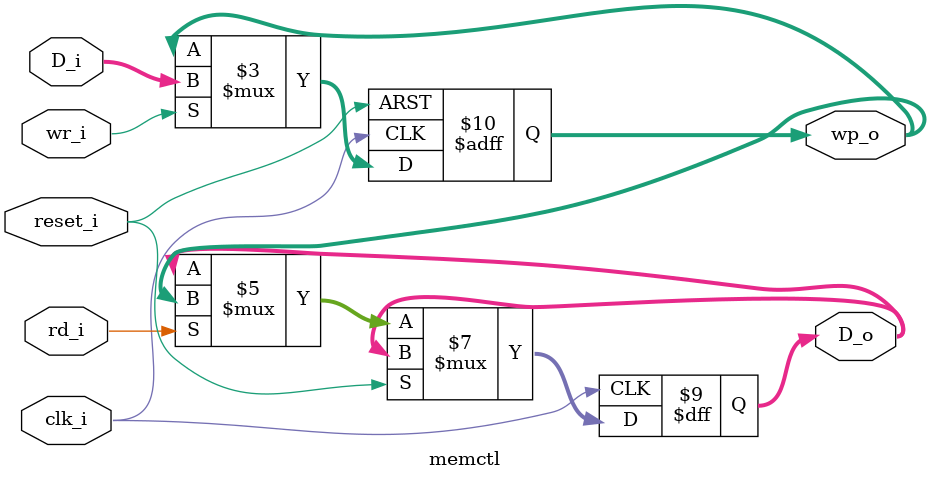
<source format=v>
module memctl(
	input clk_i,
	input reset_i,
	input rd_i,
	input wr_i,
	input [7:0] D_i,
	output reg [7:0] D_o,
	output reg [7:0] wp_o = 7'h00
);
	always @(posedge clk_i or posedge reset_i)
	if( reset_i ) wp_o <= 8'd0;
	else begin
		if( wr_i ) wp_o <= D_i[7:0];
		if( rd_i ) D_o <= wp_o;
	end
endmodule
</source>
